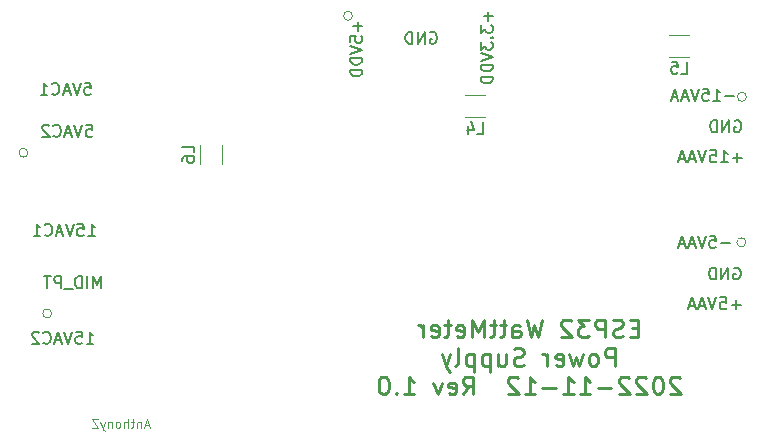
<source format=gbr>
%TF.GenerationSoftware,KiCad,Pcbnew,(6.0.9)*%
%TF.CreationDate,2022-11-12T23:53:35-05:00*%
%TF.ProjectId,CurrentSense_PS,43757272-656e-4745-9365-6e73655f5053,rev?*%
%TF.SameCoordinates,Original*%
%TF.FileFunction,Legend,Bot*%
%TF.FilePolarity,Positive*%
%FSLAX46Y46*%
G04 Gerber Fmt 4.6, Leading zero omitted, Abs format (unit mm)*
G04 Created by KiCad (PCBNEW (6.0.9)) date 2022-11-12 23:53:35*
%MOMM*%
%LPD*%
G01*
G04 APERTURE LIST*
%ADD10C,0.120000*%
%ADD11C,0.150000*%
%ADD12C,0.250000*%
G04 APERTURE END LIST*
D10*
X72446057Y-99693000D02*
X72088914Y-99693000D01*
X72517485Y-99907285D02*
X72267485Y-99157285D01*
X72017485Y-99907285D01*
X71767485Y-99407285D02*
X71767485Y-99907285D01*
X71767485Y-99478714D02*
X71731771Y-99443000D01*
X71660342Y-99407285D01*
X71553200Y-99407285D01*
X71481771Y-99443000D01*
X71446057Y-99514428D01*
X71446057Y-99907285D01*
X71196057Y-99407285D02*
X70910342Y-99407285D01*
X71088914Y-99157285D02*
X71088914Y-99800142D01*
X71053200Y-99871571D01*
X70981771Y-99907285D01*
X70910342Y-99907285D01*
X70660342Y-99907285D02*
X70660342Y-99157285D01*
X70338914Y-99907285D02*
X70338914Y-99514428D01*
X70374628Y-99443000D01*
X70446057Y-99407285D01*
X70553200Y-99407285D01*
X70624628Y-99443000D01*
X70660342Y-99478714D01*
X69874628Y-99907285D02*
X69946057Y-99871571D01*
X69981771Y-99835857D01*
X70017485Y-99764428D01*
X70017485Y-99550142D01*
X69981771Y-99478714D01*
X69946057Y-99443000D01*
X69874628Y-99407285D01*
X69767485Y-99407285D01*
X69696057Y-99443000D01*
X69660342Y-99478714D01*
X69624628Y-99550142D01*
X69624628Y-99764428D01*
X69660342Y-99835857D01*
X69696057Y-99871571D01*
X69767485Y-99907285D01*
X69874628Y-99907285D01*
X69303200Y-99407285D02*
X69303200Y-99907285D01*
X69303200Y-99478714D02*
X69267485Y-99443000D01*
X69196057Y-99407285D01*
X69088914Y-99407285D01*
X69017485Y-99443000D01*
X68981771Y-99514428D01*
X68981771Y-99907285D01*
X68696057Y-99407285D02*
X68517485Y-99907285D01*
X68338914Y-99407285D02*
X68517485Y-99907285D01*
X68588914Y-100085857D01*
X68624628Y-100121571D01*
X68696057Y-100157285D01*
X68124628Y-99157285D02*
X67624628Y-99157285D01*
X68124628Y-99907285D01*
X67624628Y-99907285D01*
D11*
X121649857Y-84272428D02*
X120887952Y-84272428D01*
X119935571Y-83653380D02*
X120411761Y-83653380D01*
X120459380Y-84129571D01*
X120411761Y-84081952D01*
X120316523Y-84034333D01*
X120078428Y-84034333D01*
X119983190Y-84081952D01*
X119935571Y-84129571D01*
X119887952Y-84224809D01*
X119887952Y-84462904D01*
X119935571Y-84558142D01*
X119983190Y-84605761D01*
X120078428Y-84653380D01*
X120316523Y-84653380D01*
X120411761Y-84605761D01*
X120459380Y-84558142D01*
X119602238Y-83653380D02*
X119268904Y-84653380D01*
X118935571Y-83653380D01*
X118649857Y-84367666D02*
X118173666Y-84367666D01*
X118745095Y-84653380D02*
X118411761Y-83653380D01*
X118078428Y-84653380D01*
X117792714Y-84367666D02*
X117316523Y-84367666D01*
X117887952Y-84653380D02*
X117554619Y-83653380D01*
X117221285Y-84653380D01*
X121970704Y-86393400D02*
X122065942Y-86345780D01*
X122208800Y-86345780D01*
X122351657Y-86393400D01*
X122446895Y-86488638D01*
X122494514Y-86583876D01*
X122542133Y-86774352D01*
X122542133Y-86917209D01*
X122494514Y-87107685D01*
X122446895Y-87202923D01*
X122351657Y-87298161D01*
X122208800Y-87345780D01*
X122113561Y-87345780D01*
X121970704Y-87298161D01*
X121923085Y-87250542D01*
X121923085Y-86917209D01*
X122113561Y-86917209D01*
X121494514Y-87345780D02*
X121494514Y-86345780D01*
X120923085Y-87345780D01*
X120923085Y-86345780D01*
X120446895Y-87345780D02*
X120446895Y-86345780D01*
X120208800Y-86345780D01*
X120065942Y-86393400D01*
X119970704Y-86488638D01*
X119923085Y-86583876D01*
X119875466Y-86774352D01*
X119875466Y-86917209D01*
X119923085Y-87107685D01*
X119970704Y-87202923D01*
X120065942Y-87298161D01*
X120208800Y-87345780D01*
X120446895Y-87345780D01*
X122634047Y-77033428D02*
X121872142Y-77033428D01*
X122253095Y-77414380D02*
X122253095Y-76652476D01*
X120872142Y-77414380D02*
X121443571Y-77414380D01*
X121157857Y-77414380D02*
X121157857Y-76414380D01*
X121253095Y-76557238D01*
X121348333Y-76652476D01*
X121443571Y-76700095D01*
X119967380Y-76414380D02*
X120443571Y-76414380D01*
X120491190Y-76890571D01*
X120443571Y-76842952D01*
X120348333Y-76795333D01*
X120110238Y-76795333D01*
X120015000Y-76842952D01*
X119967380Y-76890571D01*
X119919761Y-76985809D01*
X119919761Y-77223904D01*
X119967380Y-77319142D01*
X120015000Y-77366761D01*
X120110238Y-77414380D01*
X120348333Y-77414380D01*
X120443571Y-77366761D01*
X120491190Y-77319142D01*
X119634047Y-76414380D02*
X119300714Y-77414380D01*
X118967380Y-76414380D01*
X118681666Y-77128666D02*
X118205476Y-77128666D01*
X118776904Y-77414380D02*
X118443571Y-76414380D01*
X118110238Y-77414380D01*
X117824523Y-77128666D02*
X117348333Y-77128666D01*
X117919761Y-77414380D02*
X117586428Y-76414380D01*
X117253095Y-77414380D01*
X122538857Y-89479428D02*
X121776952Y-89479428D01*
X122157904Y-89860380D02*
X122157904Y-89098476D01*
X120824571Y-88860380D02*
X121300761Y-88860380D01*
X121348380Y-89336571D01*
X121300761Y-89288952D01*
X121205523Y-89241333D01*
X120967428Y-89241333D01*
X120872190Y-89288952D01*
X120824571Y-89336571D01*
X120776952Y-89431809D01*
X120776952Y-89669904D01*
X120824571Y-89765142D01*
X120872190Y-89812761D01*
X120967428Y-89860380D01*
X121205523Y-89860380D01*
X121300761Y-89812761D01*
X121348380Y-89765142D01*
X120491238Y-88860380D02*
X120157904Y-89860380D01*
X119824571Y-88860380D01*
X119538857Y-89574666D02*
X119062666Y-89574666D01*
X119634095Y-89860380D02*
X119300761Y-88860380D01*
X118967428Y-89860380D01*
X118681714Y-89574666D02*
X118205523Y-89574666D01*
X118776952Y-89860380D02*
X118443619Y-88860380D01*
X118110285Y-89860380D01*
X67000238Y-70699380D02*
X67476428Y-70699380D01*
X67524047Y-71175571D01*
X67476428Y-71127952D01*
X67381190Y-71080333D01*
X67143095Y-71080333D01*
X67047857Y-71127952D01*
X67000238Y-71175571D01*
X66952619Y-71270809D01*
X66952619Y-71508904D01*
X67000238Y-71604142D01*
X67047857Y-71651761D01*
X67143095Y-71699380D01*
X67381190Y-71699380D01*
X67476428Y-71651761D01*
X67524047Y-71604142D01*
X66666904Y-70699380D02*
X66333571Y-71699380D01*
X66000238Y-70699380D01*
X65714523Y-71413666D02*
X65238333Y-71413666D01*
X65809761Y-71699380D02*
X65476428Y-70699380D01*
X65143095Y-71699380D01*
X64238333Y-71604142D02*
X64285952Y-71651761D01*
X64428809Y-71699380D01*
X64524047Y-71699380D01*
X64666904Y-71651761D01*
X64762142Y-71556523D01*
X64809761Y-71461285D01*
X64857380Y-71270809D01*
X64857380Y-71127952D01*
X64809761Y-70937476D01*
X64762142Y-70842238D01*
X64666904Y-70747000D01*
X64524047Y-70699380D01*
X64428809Y-70699380D01*
X64285952Y-70747000D01*
X64238333Y-70794619D01*
X63285952Y-71699380D02*
X63857380Y-71699380D01*
X63571666Y-71699380D02*
X63571666Y-70699380D01*
X63666904Y-70842238D01*
X63762142Y-70937476D01*
X63857380Y-70985095D01*
X121999047Y-71826428D02*
X121237142Y-71826428D01*
X120237142Y-72207380D02*
X120808571Y-72207380D01*
X120522857Y-72207380D02*
X120522857Y-71207380D01*
X120618095Y-71350238D01*
X120713333Y-71445476D01*
X120808571Y-71493095D01*
X119332380Y-71207380D02*
X119808571Y-71207380D01*
X119856190Y-71683571D01*
X119808571Y-71635952D01*
X119713333Y-71588333D01*
X119475238Y-71588333D01*
X119380000Y-71635952D01*
X119332380Y-71683571D01*
X119284761Y-71778809D01*
X119284761Y-72016904D01*
X119332380Y-72112142D01*
X119380000Y-72159761D01*
X119475238Y-72207380D01*
X119713333Y-72207380D01*
X119808571Y-72159761D01*
X119856190Y-72112142D01*
X118999047Y-71207380D02*
X118665714Y-72207380D01*
X118332380Y-71207380D01*
X118046666Y-71921666D02*
X117570476Y-71921666D01*
X118141904Y-72207380D02*
X117808571Y-71207380D01*
X117475238Y-72207380D01*
X117189523Y-71921666D02*
X116713333Y-71921666D01*
X117284761Y-72207380D02*
X116951428Y-71207380D01*
X116618095Y-72207380D01*
X67174809Y-92781380D02*
X67746238Y-92781380D01*
X67460523Y-92781380D02*
X67460523Y-91781380D01*
X67555761Y-91924238D01*
X67651000Y-92019476D01*
X67746238Y-92067095D01*
X66270047Y-91781380D02*
X66746238Y-91781380D01*
X66793857Y-92257571D01*
X66746238Y-92209952D01*
X66651000Y-92162333D01*
X66412904Y-92162333D01*
X66317666Y-92209952D01*
X66270047Y-92257571D01*
X66222428Y-92352809D01*
X66222428Y-92590904D01*
X66270047Y-92686142D01*
X66317666Y-92733761D01*
X66412904Y-92781380D01*
X66651000Y-92781380D01*
X66746238Y-92733761D01*
X66793857Y-92686142D01*
X65936714Y-91781380D02*
X65603380Y-92781380D01*
X65270047Y-91781380D01*
X64984333Y-92495666D02*
X64508142Y-92495666D01*
X65079571Y-92781380D02*
X64746238Y-91781380D01*
X64412904Y-92781380D01*
X63508142Y-92686142D02*
X63555761Y-92733761D01*
X63698619Y-92781380D01*
X63793857Y-92781380D01*
X63936714Y-92733761D01*
X64031952Y-92638523D01*
X64079571Y-92543285D01*
X64127190Y-92352809D01*
X64127190Y-92209952D01*
X64079571Y-92019476D01*
X64031952Y-91924238D01*
X63936714Y-91829000D01*
X63793857Y-91781380D01*
X63698619Y-91781380D01*
X63555761Y-91829000D01*
X63508142Y-91876619D01*
X63127190Y-91876619D02*
X63079571Y-91829000D01*
X62984333Y-91781380D01*
X62746238Y-91781380D01*
X62651000Y-91829000D01*
X62603380Y-91876619D01*
X62555761Y-91971857D01*
X62555761Y-92067095D01*
X62603380Y-92209952D01*
X63174809Y-92781380D01*
X62555761Y-92781380D01*
X67301809Y-83637380D02*
X67873238Y-83637380D01*
X67587523Y-83637380D02*
X67587523Y-82637380D01*
X67682761Y-82780238D01*
X67778000Y-82875476D01*
X67873238Y-82923095D01*
X66397047Y-82637380D02*
X66873238Y-82637380D01*
X66920857Y-83113571D01*
X66873238Y-83065952D01*
X66778000Y-83018333D01*
X66539904Y-83018333D01*
X66444666Y-83065952D01*
X66397047Y-83113571D01*
X66349428Y-83208809D01*
X66349428Y-83446904D01*
X66397047Y-83542142D01*
X66444666Y-83589761D01*
X66539904Y-83637380D01*
X66778000Y-83637380D01*
X66873238Y-83589761D01*
X66920857Y-83542142D01*
X66063714Y-82637380D02*
X65730380Y-83637380D01*
X65397047Y-82637380D01*
X65111333Y-83351666D02*
X64635142Y-83351666D01*
X65206571Y-83637380D02*
X64873238Y-82637380D01*
X64539904Y-83637380D01*
X63635142Y-83542142D02*
X63682761Y-83589761D01*
X63825619Y-83637380D01*
X63920857Y-83637380D01*
X64063714Y-83589761D01*
X64158952Y-83494523D01*
X64206571Y-83399285D01*
X64254190Y-83208809D01*
X64254190Y-83065952D01*
X64206571Y-82875476D01*
X64158952Y-82780238D01*
X64063714Y-82685000D01*
X63920857Y-82637380D01*
X63825619Y-82637380D01*
X63682761Y-82685000D01*
X63635142Y-82732619D01*
X62682761Y-83637380D02*
X63254190Y-83637380D01*
X62968476Y-83637380D02*
X62968476Y-82637380D01*
X63063714Y-82780238D01*
X63158952Y-82875476D01*
X63254190Y-82923095D01*
X122046904Y-73922000D02*
X122142142Y-73874380D01*
X122285000Y-73874380D01*
X122427857Y-73922000D01*
X122523095Y-74017238D01*
X122570714Y-74112476D01*
X122618333Y-74302952D01*
X122618333Y-74445809D01*
X122570714Y-74636285D01*
X122523095Y-74731523D01*
X122427857Y-74826761D01*
X122285000Y-74874380D01*
X122189761Y-74874380D01*
X122046904Y-74826761D01*
X121999285Y-74779142D01*
X121999285Y-74445809D01*
X122189761Y-74445809D01*
X121570714Y-74874380D02*
X121570714Y-73874380D01*
X120999285Y-74874380D01*
X120999285Y-73874380D01*
X120523095Y-74874380D02*
X120523095Y-73874380D01*
X120285000Y-73874380D01*
X120142142Y-73922000D01*
X120046904Y-74017238D01*
X119999285Y-74112476D01*
X119951666Y-74302952D01*
X119951666Y-74445809D01*
X119999285Y-74636285D01*
X120046904Y-74731523D01*
X120142142Y-74826761D01*
X120285000Y-74874380D01*
X120523095Y-74874380D01*
X68373333Y-88082380D02*
X68373333Y-87082380D01*
X68040000Y-87796666D01*
X67706666Y-87082380D01*
X67706666Y-88082380D01*
X67230476Y-88082380D02*
X67230476Y-87082380D01*
X66754285Y-88082380D02*
X66754285Y-87082380D01*
X66516190Y-87082380D01*
X66373333Y-87130000D01*
X66278095Y-87225238D01*
X66230476Y-87320476D01*
X66182857Y-87510952D01*
X66182857Y-87653809D01*
X66230476Y-87844285D01*
X66278095Y-87939523D01*
X66373333Y-88034761D01*
X66516190Y-88082380D01*
X66754285Y-88082380D01*
X65992380Y-88177619D02*
X65230476Y-88177619D01*
X64992380Y-88082380D02*
X64992380Y-87082380D01*
X64611428Y-87082380D01*
X64516190Y-87130000D01*
X64468571Y-87177619D01*
X64420952Y-87272857D01*
X64420952Y-87415714D01*
X64468571Y-87510952D01*
X64516190Y-87558571D01*
X64611428Y-87606190D01*
X64992380Y-87606190D01*
X64135238Y-87082380D02*
X63563809Y-87082380D01*
X63849523Y-88082380D02*
X63849523Y-87082380D01*
D12*
X113862285Y-91457857D02*
X113362285Y-91457857D01*
X113148000Y-92243571D02*
X113862285Y-92243571D01*
X113862285Y-90743571D01*
X113148000Y-90743571D01*
X112576571Y-92172142D02*
X112362285Y-92243571D01*
X112005142Y-92243571D01*
X111862285Y-92172142D01*
X111790857Y-92100714D01*
X111719428Y-91957857D01*
X111719428Y-91815000D01*
X111790857Y-91672142D01*
X111862285Y-91600714D01*
X112005142Y-91529285D01*
X112290857Y-91457857D01*
X112433714Y-91386428D01*
X112505142Y-91315000D01*
X112576571Y-91172142D01*
X112576571Y-91029285D01*
X112505142Y-90886428D01*
X112433714Y-90815000D01*
X112290857Y-90743571D01*
X111933714Y-90743571D01*
X111719428Y-90815000D01*
X111076571Y-92243571D02*
X111076571Y-90743571D01*
X110505142Y-90743571D01*
X110362285Y-90815000D01*
X110290857Y-90886428D01*
X110219428Y-91029285D01*
X110219428Y-91243571D01*
X110290857Y-91386428D01*
X110362285Y-91457857D01*
X110505142Y-91529285D01*
X111076571Y-91529285D01*
X109719428Y-90743571D02*
X108790857Y-90743571D01*
X109290857Y-91315000D01*
X109076571Y-91315000D01*
X108933714Y-91386428D01*
X108862285Y-91457857D01*
X108790857Y-91600714D01*
X108790857Y-91957857D01*
X108862285Y-92100714D01*
X108933714Y-92172142D01*
X109076571Y-92243571D01*
X109505142Y-92243571D01*
X109648000Y-92172142D01*
X109719428Y-92100714D01*
X108219428Y-90886428D02*
X108148000Y-90815000D01*
X108005142Y-90743571D01*
X107648000Y-90743571D01*
X107505142Y-90815000D01*
X107433714Y-90886428D01*
X107362285Y-91029285D01*
X107362285Y-91172142D01*
X107433714Y-91386428D01*
X108290857Y-92243571D01*
X107362285Y-92243571D01*
X105719428Y-90743571D02*
X105362285Y-92243571D01*
X105076571Y-91172142D01*
X104790857Y-92243571D01*
X104433714Y-90743571D01*
X103219428Y-92243571D02*
X103219428Y-91457857D01*
X103290857Y-91315000D01*
X103433714Y-91243571D01*
X103719428Y-91243571D01*
X103862285Y-91315000D01*
X103219428Y-92172142D02*
X103362285Y-92243571D01*
X103719428Y-92243571D01*
X103862285Y-92172142D01*
X103933714Y-92029285D01*
X103933714Y-91886428D01*
X103862285Y-91743571D01*
X103719428Y-91672142D01*
X103362285Y-91672142D01*
X103219428Y-91600714D01*
X102719428Y-91243571D02*
X102148000Y-91243571D01*
X102505142Y-90743571D02*
X102505142Y-92029285D01*
X102433714Y-92172142D01*
X102290857Y-92243571D01*
X102148000Y-92243571D01*
X101862285Y-91243571D02*
X101290857Y-91243571D01*
X101648000Y-90743571D02*
X101648000Y-92029285D01*
X101576571Y-92172142D01*
X101433714Y-92243571D01*
X101290857Y-92243571D01*
X100790857Y-92243571D02*
X100790857Y-90743571D01*
X100290857Y-91815000D01*
X99790857Y-90743571D01*
X99790857Y-92243571D01*
X98505142Y-92172142D02*
X98648000Y-92243571D01*
X98933714Y-92243571D01*
X99076571Y-92172142D01*
X99148000Y-92029285D01*
X99148000Y-91457857D01*
X99076571Y-91315000D01*
X98933714Y-91243571D01*
X98648000Y-91243571D01*
X98505142Y-91315000D01*
X98433714Y-91457857D01*
X98433714Y-91600714D01*
X99148000Y-91743571D01*
X98005142Y-91243571D02*
X97433714Y-91243571D01*
X97790857Y-90743571D02*
X97790857Y-92029285D01*
X97719428Y-92172142D01*
X97576571Y-92243571D01*
X97433714Y-92243571D01*
X96362285Y-92172142D02*
X96505142Y-92243571D01*
X96790857Y-92243571D01*
X96933714Y-92172142D01*
X97005142Y-92029285D01*
X97005142Y-91457857D01*
X96933714Y-91315000D01*
X96790857Y-91243571D01*
X96505142Y-91243571D01*
X96362285Y-91315000D01*
X96290857Y-91457857D01*
X96290857Y-91600714D01*
X97005142Y-91743571D01*
X95648000Y-92243571D02*
X95648000Y-91243571D01*
X95648000Y-91529285D02*
X95576571Y-91386428D01*
X95505142Y-91315000D01*
X95362285Y-91243571D01*
X95219428Y-91243571D01*
X111898000Y-94658571D02*
X111898000Y-93158571D01*
X111326571Y-93158571D01*
X111183714Y-93230000D01*
X111112285Y-93301428D01*
X111040857Y-93444285D01*
X111040857Y-93658571D01*
X111112285Y-93801428D01*
X111183714Y-93872857D01*
X111326571Y-93944285D01*
X111898000Y-93944285D01*
X110183714Y-94658571D02*
X110326571Y-94587142D01*
X110398000Y-94515714D01*
X110469428Y-94372857D01*
X110469428Y-93944285D01*
X110398000Y-93801428D01*
X110326571Y-93730000D01*
X110183714Y-93658571D01*
X109969428Y-93658571D01*
X109826571Y-93730000D01*
X109755142Y-93801428D01*
X109683714Y-93944285D01*
X109683714Y-94372857D01*
X109755142Y-94515714D01*
X109826571Y-94587142D01*
X109969428Y-94658571D01*
X110183714Y-94658571D01*
X109183714Y-93658571D02*
X108898000Y-94658571D01*
X108612285Y-93944285D01*
X108326571Y-94658571D01*
X108040857Y-93658571D01*
X106898000Y-94587142D02*
X107040857Y-94658571D01*
X107326571Y-94658571D01*
X107469428Y-94587142D01*
X107540857Y-94444285D01*
X107540857Y-93872857D01*
X107469428Y-93730000D01*
X107326571Y-93658571D01*
X107040857Y-93658571D01*
X106898000Y-93730000D01*
X106826571Y-93872857D01*
X106826571Y-94015714D01*
X107540857Y-94158571D01*
X106183714Y-94658571D02*
X106183714Y-93658571D01*
X106183714Y-93944285D02*
X106112285Y-93801428D01*
X106040857Y-93730000D01*
X105898000Y-93658571D01*
X105755142Y-93658571D01*
X104183714Y-94587142D02*
X103969428Y-94658571D01*
X103612285Y-94658571D01*
X103469428Y-94587142D01*
X103398000Y-94515714D01*
X103326571Y-94372857D01*
X103326571Y-94230000D01*
X103398000Y-94087142D01*
X103469428Y-94015714D01*
X103612285Y-93944285D01*
X103898000Y-93872857D01*
X104040857Y-93801428D01*
X104112285Y-93730000D01*
X104183714Y-93587142D01*
X104183714Y-93444285D01*
X104112285Y-93301428D01*
X104040857Y-93230000D01*
X103898000Y-93158571D01*
X103540857Y-93158571D01*
X103326571Y-93230000D01*
X102040857Y-93658571D02*
X102040857Y-94658571D01*
X102683714Y-93658571D02*
X102683714Y-94444285D01*
X102612285Y-94587142D01*
X102469428Y-94658571D01*
X102255142Y-94658571D01*
X102112285Y-94587142D01*
X102040857Y-94515714D01*
X101326571Y-93658571D02*
X101326571Y-95158571D01*
X101326571Y-93730000D02*
X101183714Y-93658571D01*
X100898000Y-93658571D01*
X100755142Y-93730000D01*
X100683714Y-93801428D01*
X100612285Y-93944285D01*
X100612285Y-94372857D01*
X100683714Y-94515714D01*
X100755142Y-94587142D01*
X100898000Y-94658571D01*
X101183714Y-94658571D01*
X101326571Y-94587142D01*
X99969428Y-93658571D02*
X99969428Y-95158571D01*
X99969428Y-93730000D02*
X99826571Y-93658571D01*
X99540857Y-93658571D01*
X99398000Y-93730000D01*
X99326571Y-93801428D01*
X99255142Y-93944285D01*
X99255142Y-94372857D01*
X99326571Y-94515714D01*
X99398000Y-94587142D01*
X99540857Y-94658571D01*
X99826571Y-94658571D01*
X99969428Y-94587142D01*
X98398000Y-94658571D02*
X98540857Y-94587142D01*
X98612285Y-94444285D01*
X98612285Y-93158571D01*
X97969428Y-93658571D02*
X97612285Y-94658571D01*
X97255142Y-93658571D02*
X97612285Y-94658571D01*
X97755142Y-95015714D01*
X97826571Y-95087142D01*
X97969428Y-95158571D01*
X117398000Y-95716428D02*
X117326571Y-95645000D01*
X117183714Y-95573571D01*
X116826571Y-95573571D01*
X116683714Y-95645000D01*
X116612285Y-95716428D01*
X116540857Y-95859285D01*
X116540857Y-96002142D01*
X116612285Y-96216428D01*
X117469428Y-97073571D01*
X116540857Y-97073571D01*
X115612285Y-95573571D02*
X115469428Y-95573571D01*
X115326571Y-95645000D01*
X115255142Y-95716428D01*
X115183714Y-95859285D01*
X115112285Y-96145000D01*
X115112285Y-96502142D01*
X115183714Y-96787857D01*
X115255142Y-96930714D01*
X115326571Y-97002142D01*
X115469428Y-97073571D01*
X115612285Y-97073571D01*
X115755142Y-97002142D01*
X115826571Y-96930714D01*
X115898000Y-96787857D01*
X115969428Y-96502142D01*
X115969428Y-96145000D01*
X115898000Y-95859285D01*
X115826571Y-95716428D01*
X115755142Y-95645000D01*
X115612285Y-95573571D01*
X114540857Y-95716428D02*
X114469428Y-95645000D01*
X114326571Y-95573571D01*
X113969428Y-95573571D01*
X113826571Y-95645000D01*
X113755142Y-95716428D01*
X113683714Y-95859285D01*
X113683714Y-96002142D01*
X113755142Y-96216428D01*
X114612285Y-97073571D01*
X113683714Y-97073571D01*
X113112285Y-95716428D02*
X113040857Y-95645000D01*
X112898000Y-95573571D01*
X112540857Y-95573571D01*
X112398000Y-95645000D01*
X112326571Y-95716428D01*
X112255142Y-95859285D01*
X112255142Y-96002142D01*
X112326571Y-96216428D01*
X113183714Y-97073571D01*
X112255142Y-97073571D01*
X111612285Y-96502142D02*
X110469428Y-96502142D01*
X108969428Y-97073571D02*
X109826571Y-97073571D01*
X109398000Y-97073571D02*
X109398000Y-95573571D01*
X109540857Y-95787857D01*
X109683714Y-95930714D01*
X109826571Y-96002142D01*
X107540857Y-97073571D02*
X108398000Y-97073571D01*
X107969428Y-97073571D02*
X107969428Y-95573571D01*
X108112285Y-95787857D01*
X108255142Y-95930714D01*
X108398000Y-96002142D01*
X106898000Y-96502142D02*
X105755142Y-96502142D01*
X104255142Y-97073571D02*
X105112285Y-97073571D01*
X104683714Y-97073571D02*
X104683714Y-95573571D01*
X104826571Y-95787857D01*
X104969428Y-95930714D01*
X105112285Y-96002142D01*
X103683714Y-95716428D02*
X103612285Y-95645000D01*
X103469428Y-95573571D01*
X103112285Y-95573571D01*
X102969428Y-95645000D01*
X102898000Y-95716428D01*
X102826571Y-95859285D01*
X102826571Y-96002142D01*
X102898000Y-96216428D01*
X103755142Y-97073571D01*
X102826571Y-97073571D01*
X99040857Y-97073571D02*
X99540857Y-96359285D01*
X99898000Y-97073571D02*
X99898000Y-95573571D01*
X99326571Y-95573571D01*
X99183714Y-95645000D01*
X99112285Y-95716428D01*
X99040857Y-95859285D01*
X99040857Y-96073571D01*
X99112285Y-96216428D01*
X99183714Y-96287857D01*
X99326571Y-96359285D01*
X99898000Y-96359285D01*
X97826571Y-97002142D02*
X97969428Y-97073571D01*
X98255142Y-97073571D01*
X98398000Y-97002142D01*
X98469428Y-96859285D01*
X98469428Y-96287857D01*
X98398000Y-96145000D01*
X98255142Y-96073571D01*
X97969428Y-96073571D01*
X97826571Y-96145000D01*
X97755142Y-96287857D01*
X97755142Y-96430714D01*
X98469428Y-96573571D01*
X97255142Y-96073571D02*
X96898000Y-97073571D01*
X96540857Y-96073571D01*
X94040857Y-97073571D02*
X94898000Y-97073571D01*
X94469428Y-97073571D02*
X94469428Y-95573571D01*
X94612285Y-95787857D01*
X94755142Y-95930714D01*
X94898000Y-96002142D01*
X93398000Y-96930714D02*
X93326571Y-97002142D01*
X93398000Y-97073571D01*
X93469428Y-97002142D01*
X93398000Y-96930714D01*
X93398000Y-97073571D01*
X92398000Y-95573571D02*
X92255142Y-95573571D01*
X92112285Y-95645000D01*
X92040857Y-95716428D01*
X91969428Y-95859285D01*
X91898000Y-96145000D01*
X91898000Y-96502142D01*
X91969428Y-96787857D01*
X92040857Y-96930714D01*
X92112285Y-97002142D01*
X92255142Y-97073571D01*
X92398000Y-97073571D01*
X92540857Y-97002142D01*
X92612285Y-96930714D01*
X92683714Y-96787857D01*
X92755142Y-96502142D01*
X92755142Y-96145000D01*
X92683714Y-95859285D01*
X92612285Y-95716428D01*
X92540857Y-95645000D01*
X92398000Y-95573571D01*
D11*
X101163428Y-64691000D02*
X101163428Y-65452904D01*
X101544380Y-65071952D02*
X100782476Y-65071952D01*
X100544380Y-65833857D02*
X100544380Y-66452904D01*
X100925333Y-66119571D01*
X100925333Y-66262428D01*
X100972952Y-66357666D01*
X101020571Y-66405285D01*
X101115809Y-66452904D01*
X101353904Y-66452904D01*
X101449142Y-66405285D01*
X101496761Y-66357666D01*
X101544380Y-66262428D01*
X101544380Y-65976714D01*
X101496761Y-65881476D01*
X101449142Y-65833857D01*
X101449142Y-66881476D02*
X101496761Y-66929095D01*
X101544380Y-66881476D01*
X101496761Y-66833857D01*
X101449142Y-66881476D01*
X101544380Y-66881476D01*
X100544380Y-67262428D02*
X100544380Y-67881476D01*
X100925333Y-67548142D01*
X100925333Y-67691000D01*
X100972952Y-67786238D01*
X101020571Y-67833857D01*
X101115809Y-67881476D01*
X101353904Y-67881476D01*
X101449142Y-67833857D01*
X101496761Y-67786238D01*
X101544380Y-67691000D01*
X101544380Y-67405285D01*
X101496761Y-67310047D01*
X101449142Y-67262428D01*
X100544380Y-68167190D02*
X101544380Y-68500523D01*
X100544380Y-68833857D01*
X101544380Y-69167190D02*
X100544380Y-69167190D01*
X100544380Y-69405285D01*
X100592000Y-69548142D01*
X100687238Y-69643380D01*
X100782476Y-69691000D01*
X100972952Y-69738619D01*
X101115809Y-69738619D01*
X101306285Y-69691000D01*
X101401523Y-69643380D01*
X101496761Y-69548142D01*
X101544380Y-69405285D01*
X101544380Y-69167190D01*
X101544380Y-70167190D02*
X100544380Y-70167190D01*
X100544380Y-70405285D01*
X100592000Y-70548142D01*
X100687238Y-70643380D01*
X100782476Y-70691000D01*
X100972952Y-70738619D01*
X101115809Y-70738619D01*
X101306285Y-70691000D01*
X101401523Y-70643380D01*
X101496761Y-70548142D01*
X101544380Y-70405285D01*
X101544380Y-70167190D01*
X90114428Y-65532285D02*
X90114428Y-66294190D01*
X90495380Y-65913238D02*
X89733476Y-65913238D01*
X89495380Y-67246571D02*
X89495380Y-66770380D01*
X89971571Y-66722761D01*
X89923952Y-66770380D01*
X89876333Y-66865619D01*
X89876333Y-67103714D01*
X89923952Y-67198952D01*
X89971571Y-67246571D01*
X90066809Y-67294190D01*
X90304904Y-67294190D01*
X90400142Y-67246571D01*
X90447761Y-67198952D01*
X90495380Y-67103714D01*
X90495380Y-66865619D01*
X90447761Y-66770380D01*
X90400142Y-66722761D01*
X89495380Y-67579904D02*
X90495380Y-67913238D01*
X89495380Y-68246571D01*
X90495380Y-68579904D02*
X89495380Y-68579904D01*
X89495380Y-68818000D01*
X89543000Y-68960857D01*
X89638238Y-69056095D01*
X89733476Y-69103714D01*
X89923952Y-69151333D01*
X90066809Y-69151333D01*
X90257285Y-69103714D01*
X90352523Y-69056095D01*
X90447761Y-68960857D01*
X90495380Y-68818000D01*
X90495380Y-68579904D01*
X90495380Y-69579904D02*
X89495380Y-69579904D01*
X89495380Y-69818000D01*
X89543000Y-69960857D01*
X89638238Y-70056095D01*
X89733476Y-70103714D01*
X89923952Y-70151333D01*
X90066809Y-70151333D01*
X90257285Y-70103714D01*
X90352523Y-70056095D01*
X90447761Y-69960857D01*
X90495380Y-69818000D01*
X90495380Y-69579904D01*
X96265904Y-66429000D02*
X96361142Y-66381380D01*
X96504000Y-66381380D01*
X96646857Y-66429000D01*
X96742095Y-66524238D01*
X96789714Y-66619476D01*
X96837333Y-66809952D01*
X96837333Y-66952809D01*
X96789714Y-67143285D01*
X96742095Y-67238523D01*
X96646857Y-67333761D01*
X96504000Y-67381380D01*
X96408761Y-67381380D01*
X96265904Y-67333761D01*
X96218285Y-67286142D01*
X96218285Y-66952809D01*
X96408761Y-66952809D01*
X95789714Y-67381380D02*
X95789714Y-66381380D01*
X95218285Y-67381380D01*
X95218285Y-66381380D01*
X94742095Y-67381380D02*
X94742095Y-66381380D01*
X94504000Y-66381380D01*
X94361142Y-66429000D01*
X94265904Y-66524238D01*
X94218285Y-66619476D01*
X94170666Y-66809952D01*
X94170666Y-66952809D01*
X94218285Y-67143285D01*
X94265904Y-67238523D01*
X94361142Y-67333761D01*
X94504000Y-67381380D01*
X94742095Y-67381380D01*
X67127238Y-74255380D02*
X67603428Y-74255380D01*
X67651047Y-74731571D01*
X67603428Y-74683952D01*
X67508190Y-74636333D01*
X67270095Y-74636333D01*
X67174857Y-74683952D01*
X67127238Y-74731571D01*
X67079619Y-74826809D01*
X67079619Y-75064904D01*
X67127238Y-75160142D01*
X67174857Y-75207761D01*
X67270095Y-75255380D01*
X67508190Y-75255380D01*
X67603428Y-75207761D01*
X67651047Y-75160142D01*
X66793904Y-74255380D02*
X66460571Y-75255380D01*
X66127238Y-74255380D01*
X65841523Y-74969666D02*
X65365333Y-74969666D01*
X65936761Y-75255380D02*
X65603428Y-74255380D01*
X65270095Y-75255380D01*
X64365333Y-75160142D02*
X64412952Y-75207761D01*
X64555809Y-75255380D01*
X64651047Y-75255380D01*
X64793904Y-75207761D01*
X64889142Y-75112523D01*
X64936761Y-75017285D01*
X64984380Y-74826809D01*
X64984380Y-74683952D01*
X64936761Y-74493476D01*
X64889142Y-74398238D01*
X64793904Y-74303000D01*
X64651047Y-74255380D01*
X64555809Y-74255380D01*
X64412952Y-74303000D01*
X64365333Y-74350619D01*
X63984380Y-74350619D02*
X63936761Y-74303000D01*
X63841523Y-74255380D01*
X63603428Y-74255380D01*
X63508190Y-74303000D01*
X63460571Y-74350619D01*
X63412952Y-74445857D01*
X63412952Y-74541095D01*
X63460571Y-74683952D01*
X64032000Y-75255380D01*
X63412952Y-75255380D01*
%TO.C,L6*%
X76276380Y-76592333D02*
X76276380Y-76116142D01*
X75276380Y-76116142D01*
X75276380Y-77354238D02*
X75276380Y-77163761D01*
X75324000Y-77068523D01*
X75371619Y-77020904D01*
X75514476Y-76925666D01*
X75704952Y-76878047D01*
X76085904Y-76878047D01*
X76181142Y-76925666D01*
X76228761Y-76973285D01*
X76276380Y-77068523D01*
X76276380Y-77259000D01*
X76228761Y-77354238D01*
X76181142Y-77401857D01*
X76085904Y-77449476D01*
X75847809Y-77449476D01*
X75752571Y-77401857D01*
X75704952Y-77354238D01*
X75657333Y-77259000D01*
X75657333Y-77068523D01*
X75704952Y-76973285D01*
X75752571Y-76925666D01*
X75847809Y-76878047D01*
%TO.C,L5*%
X117514666Y-69916380D02*
X117990857Y-69916380D01*
X117990857Y-68916380D01*
X116705142Y-68916380D02*
X117181333Y-68916380D01*
X117228952Y-69392571D01*
X117181333Y-69344952D01*
X117086095Y-69297333D01*
X116848000Y-69297333D01*
X116752761Y-69344952D01*
X116705142Y-69392571D01*
X116657523Y-69487809D01*
X116657523Y-69725904D01*
X116705142Y-69821142D01*
X116752761Y-69868761D01*
X116848000Y-69916380D01*
X117086095Y-69916380D01*
X117181333Y-69868761D01*
X117228952Y-69821142D01*
%TO.C,L4*%
X100242666Y-74996380D02*
X100718857Y-74996380D01*
X100718857Y-73996380D01*
X99480761Y-74329714D02*
X99480761Y-74996380D01*
X99718857Y-73948761D02*
X99956952Y-74663047D01*
X99337904Y-74663047D01*
D10*
%TO.C,J1*%
X62204600Y-76620000D02*
G75*
G03*
X62204600Y-76620000I-381000J0D01*
G01*
%TO.C,J3*%
X64211200Y-90220800D02*
G75*
G03*
X64211200Y-90220800I-381000J0D01*
G01*
%TO.C,J4*%
X123037600Y-71882000D02*
G75*
G03*
X123037600Y-71882000I-381000J0D01*
G01*
%TO.C,J5*%
X122987000Y-84201000D02*
G75*
G03*
X122987000Y-84201000I-381000J0D01*
G01*
%TO.C,J2*%
X89686000Y-65024000D02*
G75*
G03*
X89686000Y-65024000I-381000J0D01*
G01*
%TO.C,L6*%
X78634000Y-75923758D02*
X78634000Y-77594242D01*
X76814000Y-75923758D02*
X76814000Y-77594242D01*
%TO.C,L5*%
X116512758Y-68474000D02*
X118183242Y-68474000D01*
X116512758Y-66654000D02*
X118183242Y-66654000D01*
%TO.C,L4*%
X99240758Y-73554000D02*
X100911242Y-73554000D01*
X99240758Y-71734000D02*
X100911242Y-71734000D01*
%TD*%
M02*

</source>
